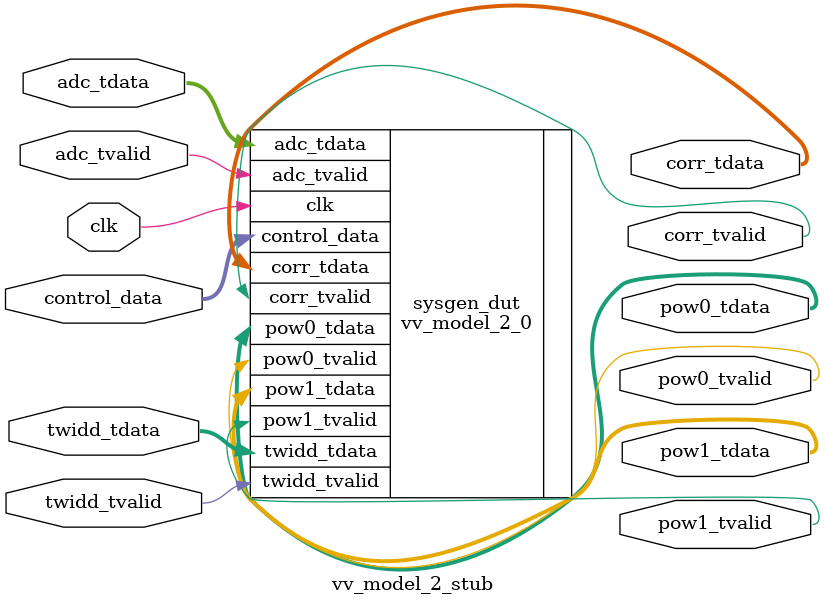
<source format=v>
`timescale 1 ns / 10 ps
module vv_model_2_stub (
  input [32-1:0] adc_tdata,
  input [1-1:0] adc_tvalid,
  input [32-1:0] control_data,
  input [32-1:0] twidd_tdata,
  input [1-1:0] twidd_tvalid,
  input clk,
  output [128-1:0] corr_tdata,
  output [1-1:0] corr_tvalid,
  output [64-1:0] pow0_tdata,
  output [1-1:0] pow0_tvalid,
  output [64-1:0] pow1_tdata,
  output [1-1:0] pow1_tvalid
);
  vv_model_2_0 sysgen_dut (
    .adc_tdata(adc_tdata),
    .adc_tvalid(adc_tvalid),
    .control_data(control_data),
    .twidd_tdata(twidd_tdata),
    .twidd_tvalid(twidd_tvalid),
    .clk(clk),
    .corr_tdata(corr_tdata),
    .corr_tvalid(corr_tvalid),
    .pow0_tdata(pow0_tdata),
    .pow0_tvalid(pow0_tvalid),
    .pow1_tdata(pow1_tdata),
    .pow1_tvalid(pow1_tvalid)
  );
endmodule

</source>
